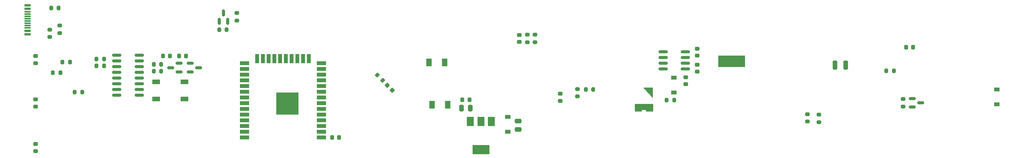
<source format=gbr>
%TF.GenerationSoftware,KiCad,Pcbnew,(6.0.4)*%
%TF.CreationDate,2022-07-12T22:37:10+02:00*%
%TF.ProjectId,Time-O-Mat_MoBo_H02,54696d65-2d4f-42d4-9d61-745f4d6f426f,rev?*%
%TF.SameCoordinates,Original*%
%TF.FileFunction,Paste,Top*%
%TF.FilePolarity,Positive*%
%FSLAX46Y46*%
G04 Gerber Fmt 4.6, Leading zero omitted, Abs format (unit mm)*
G04 Created by KiCad (PCBNEW (6.0.4)) date 2022-07-12 22:37:10*
%MOMM*%
%LPD*%
G01*
G04 APERTURE LIST*
G04 Aperture macros list*
%AMRoundRect*
0 Rectangle with rounded corners*
0 $1 Rounding radius*
0 $2 $3 $4 $5 $6 $7 $8 $9 X,Y pos of 4 corners*
0 Add a 4 corners polygon primitive as box body*
4,1,4,$2,$3,$4,$5,$6,$7,$8,$9,$2,$3,0*
0 Add four circle primitives for the rounded corners*
1,1,$1+$1,$2,$3*
1,1,$1+$1,$4,$5*
1,1,$1+$1,$6,$7*
1,1,$1+$1,$8,$9*
0 Add four rect primitives between the rounded corners*
20,1,$1+$1,$2,$3,$4,$5,0*
20,1,$1+$1,$4,$5,$6,$7,0*
20,1,$1+$1,$6,$7,$8,$9,0*
20,1,$1+$1,$8,$9,$2,$3,0*%
%AMFreePoly0*
4,1,30,-0.988102,1.697465,-0.977640,1.696721,-0.971482,1.689621,-0.962979,1.685608,1.036021,-0.516393,1.042104,-0.533353,1.049000,-0.550000,1.048505,-0.551196,1.048941,-0.552413,1.041250,-0.568709,1.034355,-0.585355,1.033161,-0.585850,1.032608,-0.587021,1.015643,-0.593106,0.999000,-0.600000,-0.999000,-0.600000,-1.034355,-0.585355,-1.049000,-0.550000,-1.049000,1.649000,-1.048464,1.650295,
-1.049941,1.654413,-1.045465,1.663898,-1.044721,1.674360,-1.037621,1.680518,-1.033608,1.689021,-1.023733,1.692563,-1.015811,1.699434,-1.006435,1.698768,-0.997587,1.701941,-0.988102,1.697465,-0.988102,1.697465,$1*%
%AMFreePoly1*
4,1,21,-0.467645,0.985355,-0.453000,0.950000,-0.453000,0.664000,0.480000,0.664000,0.480000,0.946000,0.494645,0.981355,0.530000,0.996000,1.969000,0.996000,2.004355,0.981355,2.019000,0.946000,2.019000,-0.614000,2.004355,-0.649355,1.969000,-0.664000,-1.969000,-0.664000,-2.004355,-0.649355,-2.019000,-0.614000,-2.019000,0.950000,-2.004355,0.985355,-1.969000,1.000000,-0.503000,1.000000,
-0.467645,0.985355,-0.467645,0.985355,$1*%
G04 Aperture macros list end*
%ADD10RoundRect,0.225000X-0.225000X-0.250000X0.225000X-0.250000X0.225000X0.250000X-0.225000X0.250000X0*%
%ADD11RoundRect,0.250000X0.475000X-0.250000X0.475000X0.250000X-0.475000X0.250000X-0.475000X-0.250000X0*%
%ADD12RoundRect,0.200000X0.200000X0.275000X-0.200000X0.275000X-0.200000X-0.275000X0.200000X-0.275000X0*%
%ADD13R,1.300000X1.700000*%
%ADD14RoundRect,0.250000X-0.250000X-0.750000X0.250000X-0.750000X0.250000X0.750000X-0.250000X0.750000X0*%
%ADD15RoundRect,0.200000X0.275000X-0.200000X0.275000X0.200000X-0.275000X0.200000X-0.275000X-0.200000X0*%
%ADD16RoundRect,0.200000X-0.200000X-0.275000X0.200000X-0.275000X0.200000X0.275000X-0.200000X0.275000X0*%
%ADD17R,1.450000X0.600000*%
%ADD18R,1.450000X0.300000*%
%ADD19RoundRect,0.150000X-0.825000X-0.150000X0.825000X-0.150000X0.825000X0.150000X-0.825000X0.150000X0*%
%ADD20FreePoly0,180.000000*%
%ADD21FreePoly1,180.000000*%
%ADD22RoundRect,0.225000X0.335876X0.017678X0.017678X0.335876X-0.335876X-0.017678X-0.017678X-0.335876X0*%
%ADD23R,1.200000X0.900000*%
%ADD24RoundRect,0.200000X-0.275000X0.200000X-0.275000X-0.200000X0.275000X-0.200000X0.275000X0.200000X0*%
%ADD25RoundRect,0.150000X0.150000X-0.587500X0.150000X0.587500X-0.150000X0.587500X-0.150000X-0.587500X0*%
%ADD26RoundRect,0.150000X-0.587500X-0.150000X0.587500X-0.150000X0.587500X0.150000X-0.587500X0.150000X0*%
%ADD27RoundRect,0.225000X-0.250000X0.225000X-0.250000X-0.225000X0.250000X-0.225000X0.250000X0.225000X0*%
%ADD28R,6.000000X2.500000*%
%ADD29RoundRect,0.225000X0.250000X-0.225000X0.250000X0.225000X-0.250000X0.225000X-0.250000X-0.225000X0*%
%ADD30RoundRect,0.200000X-0.335876X-0.053033X-0.053033X-0.335876X0.335876X0.053033X0.053033X0.335876X0*%
%ADD31RoundRect,0.150000X0.825000X0.150000X-0.825000X0.150000X-0.825000X-0.150000X0.825000X-0.150000X0*%
%ADD32RoundRect,0.225000X0.225000X0.250000X-0.225000X0.250000X-0.225000X-0.250000X0.225000X-0.250000X0*%
%ADD33R,1.700000X1.000000*%
%ADD34RoundRect,0.150000X0.587500X0.150000X-0.587500X0.150000X-0.587500X-0.150000X0.587500X-0.150000X0*%
%ADD35R,2.000000X0.900000*%
%ADD36R,0.900000X2.000000*%
%ADD37R,5.000000X5.000000*%
%ADD38R,1.500000X2.000000*%
%ADD39R,3.800000X2.000000*%
%ADD40RoundRect,0.250000X0.250000X0.475000X-0.250000X0.475000X-0.250000X-0.475000X0.250000X-0.475000X0*%
G04 APERTURE END LIST*
D10*
%TO.C,C13*%
X40272500Y-13500000D03*
X41822500Y-13500000D03*
%TD*%
D11*
%TO.C,C2*%
X115316000Y-29906000D03*
X115316000Y-28006000D03*
%TD*%
D12*
%TO.C,R11*%
X36321000Y-15367000D03*
X34671000Y-15367000D03*
%TD*%
D13*
%TO.C,D4*%
X99050000Y-15000000D03*
X95550000Y-15000000D03*
%TD*%
D14*
%TO.C,TP+5V1*%
X187800000Y-15600000D03*
%TD*%
D15*
%TO.C,R18*%
X179324000Y-28130000D03*
X179324000Y-26480000D03*
%TD*%
D16*
%TO.C,R15*%
X130275000Y-21000000D03*
X131925000Y-21000000D03*
%TD*%
D17*
%TO.C,J7*%
X6785000Y-2250000D03*
X6785000Y-3050000D03*
D18*
X6785000Y-4250000D03*
X6785000Y-5250000D03*
X6785000Y-5750000D03*
X6785000Y-6750000D03*
D17*
X6785000Y-7950000D03*
X6785000Y-8750000D03*
X6785000Y-8750000D03*
X6785000Y-7950000D03*
D18*
X6785000Y-7250000D03*
X6785000Y-6250000D03*
X6785000Y-4750000D03*
X6785000Y-3750000D03*
D17*
X6785000Y-3050000D03*
X6785000Y-2250000D03*
%TD*%
D19*
%TO.C,U5*%
X26525000Y-13355000D03*
X26525000Y-14625000D03*
X26525000Y-15895000D03*
X26525000Y-17165000D03*
X26525000Y-18435000D03*
X26525000Y-19705000D03*
X26525000Y-20975000D03*
X26525000Y-22245000D03*
X31475000Y-22245000D03*
X31475000Y-20975000D03*
X31475000Y-19705000D03*
X31475000Y-18435000D03*
X31475000Y-17165000D03*
X31475000Y-15895000D03*
X31475000Y-14625000D03*
X31475000Y-13355000D03*
%TD*%
D20*
%TO.C,C10*%
X144054000Y-21131000D03*
D21*
X143146000Y-24869000D03*
%TD*%
D22*
%TO.C,C3*%
X87416008Y-21122008D03*
X86319992Y-20025992D03*
%TD*%
D23*
%TO.C,D1*%
X221221000Y-21017000D03*
X221221000Y-24317000D03*
%TD*%
D24*
%TO.C,R13*%
X118999000Y-8827000D03*
X118999000Y-10477000D03*
%TD*%
D16*
%TO.C,R24*%
X12383000Y-17272000D03*
X14033000Y-17272000D03*
%TD*%
D25*
%TO.C,Q4*%
X49150000Y-5837500D03*
X51050000Y-5837500D03*
X50100000Y-3962500D03*
%TD*%
D16*
%TO.C,R9*%
X22035000Y-15748000D03*
X23685000Y-15748000D03*
%TD*%
D15*
%TO.C,R7*%
X11684000Y-9334000D03*
X11684000Y-7684000D03*
%TD*%
D26*
%TO.C,Q3*%
X42750500Y-15179000D03*
X42750500Y-17079000D03*
X44625500Y-16129000D03*
%TD*%
D27*
%TO.C,C18*%
X152400000Y-18275000D03*
X152400000Y-19825000D03*
%TD*%
D16*
%TO.C,R8*%
X22035000Y-14224000D03*
X23685000Y-14224000D03*
%TD*%
D24*
%TO.C,R6*%
X13843000Y-6795000D03*
X13843000Y-8445000D03*
%TD*%
%TO.C,R22*%
X128397000Y-20892000D03*
X128397000Y-22542000D03*
%TD*%
D16*
%TO.C,R4*%
X11975000Y-2900000D03*
X13625000Y-2900000D03*
%TD*%
D24*
%TO.C,R17*%
X53100000Y-3975000D03*
X53100000Y-5625000D03*
%TD*%
%TO.C,R21*%
X117348000Y-8827000D03*
X117348000Y-10477000D03*
%TD*%
D13*
%TO.C,D3*%
X96250000Y-24400000D03*
X99750000Y-24400000D03*
%TD*%
D28*
%TO.C,Y1*%
X162536000Y-14732000D03*
%TD*%
D29*
%TO.C,C6*%
X8509000Y-34684000D03*
X8509000Y-33134000D03*
%TD*%
%TO.C,C5*%
X8509000Y-24778000D03*
X8509000Y-23228000D03*
%TD*%
D24*
%TO.C,R1*%
X200520000Y-23112000D03*
X200520000Y-24762000D03*
%TD*%
D12*
%TO.C,R20*%
X149825000Y-23400000D03*
X148175000Y-23400000D03*
%TD*%
D23*
%TO.C,D2*%
X113030000Y-30352000D03*
X113030000Y-27052000D03*
%TD*%
D30*
%TO.C,R2*%
X84124800Y-17780000D03*
X85291526Y-18946726D03*
%TD*%
D31*
%TO.C,U3*%
X152335000Y-16383000D03*
X152335000Y-15113000D03*
X152335000Y-13843000D03*
X152335000Y-12573000D03*
X147385000Y-12573000D03*
X147385000Y-13843000D03*
X147385000Y-15113000D03*
X147385000Y-16383000D03*
%TD*%
D32*
%TO.C,C7*%
X202705000Y-11557000D03*
X201155000Y-11557000D03*
%TD*%
D26*
%TO.C,Q1*%
X202503500Y-22987000D03*
X202503500Y-24887000D03*
X204378500Y-23937000D03*
%TD*%
D16*
%TO.C,R5*%
X14475000Y-14900000D03*
X16125000Y-14900000D03*
%TD*%
%TO.C,R3*%
X196774000Y-16825000D03*
X198424000Y-16825000D03*
%TD*%
D32*
%TO.C,C16*%
X38275000Y-13500000D03*
X36725000Y-13500000D03*
%TD*%
D29*
%TO.C,C9*%
X154940000Y-13475000D03*
X154940000Y-11925000D03*
%TD*%
D33*
%TO.C,RESET1*%
X41504000Y-23109000D03*
X35204000Y-23109000D03*
X35204000Y-19309000D03*
X41504000Y-19309000D03*
%TD*%
D23*
%TO.C,D5*%
X149800000Y-21650000D03*
X149800000Y-18350000D03*
%TD*%
D32*
%TO.C,C1*%
X75705000Y-31623000D03*
X74155000Y-31623000D03*
%TD*%
D16*
%TO.C,R16*%
X49175000Y-7700000D03*
X50825000Y-7700000D03*
%TD*%
D34*
%TO.C,Q2*%
X40307500Y-17079000D03*
X40307500Y-15179000D03*
X38432500Y-16129000D03*
%TD*%
D27*
%TO.C,C15*%
X115570000Y-8877000D03*
X115570000Y-10427000D03*
%TD*%
D15*
%TO.C,R19*%
X181864000Y-28257000D03*
X181864000Y-26607000D03*
%TD*%
D29*
%TO.C,C17*%
X124587000Y-23508000D03*
X124587000Y-21958000D03*
%TD*%
D35*
%TO.C,U1*%
X71746000Y-31623000D03*
X71746000Y-30353000D03*
X71746000Y-29083000D03*
X71746000Y-27813000D03*
X71746000Y-26543000D03*
X71746000Y-25273000D03*
X71746000Y-24003000D03*
X71746000Y-22733000D03*
X71746000Y-21463000D03*
X71746000Y-20193000D03*
X71746000Y-18923000D03*
X71746000Y-17653000D03*
X71746000Y-16383000D03*
X71746000Y-15113000D03*
D36*
X68961000Y-14113000D03*
X67691000Y-14113000D03*
X66421000Y-14113000D03*
X65151000Y-14113000D03*
X63881000Y-14113000D03*
X62611000Y-14113000D03*
X61341000Y-14113000D03*
X60071000Y-14113000D03*
X58801000Y-14113000D03*
X57531000Y-14113000D03*
D35*
X54746000Y-15113000D03*
X54746000Y-16383000D03*
X54746000Y-17653000D03*
X54746000Y-18923000D03*
X54746000Y-20193000D03*
X54746000Y-21463000D03*
X54746000Y-22733000D03*
X54746000Y-24003000D03*
X54746000Y-25273000D03*
X54746000Y-26543000D03*
X54746000Y-27813000D03*
X54746000Y-29083000D03*
X54746000Y-30353000D03*
X54746000Y-31623000D03*
D37*
X64246000Y-24123000D03*
%TD*%
D38*
%TO.C,U4*%
X109361000Y-28092000D03*
X107061000Y-28092000D03*
D39*
X107061000Y-34392000D03*
D38*
X104761000Y-28092000D03*
%TD*%
D27*
%TO.C,C8*%
X154940000Y-15494000D03*
X154940000Y-17044000D03*
%TD*%
D40*
%TO.C,C14*%
X104709000Y-25146000D03*
X102809000Y-25146000D03*
%TD*%
D29*
%TO.C,C4*%
X8509000Y-15126000D03*
X8509000Y-13576000D03*
%TD*%
D32*
%TO.C,C12*%
X104534000Y-23241000D03*
X102984000Y-23241000D03*
%TD*%
D12*
%TO.C,R10*%
X36321000Y-16967000D03*
X34671000Y-16967000D03*
%TD*%
D16*
%TO.C,R23*%
X17209000Y-21590000D03*
X18859000Y-21590000D03*
%TD*%
D14*
%TO.C,TPGND1*%
X185440000Y-15600000D03*
%TD*%
M02*

</source>
